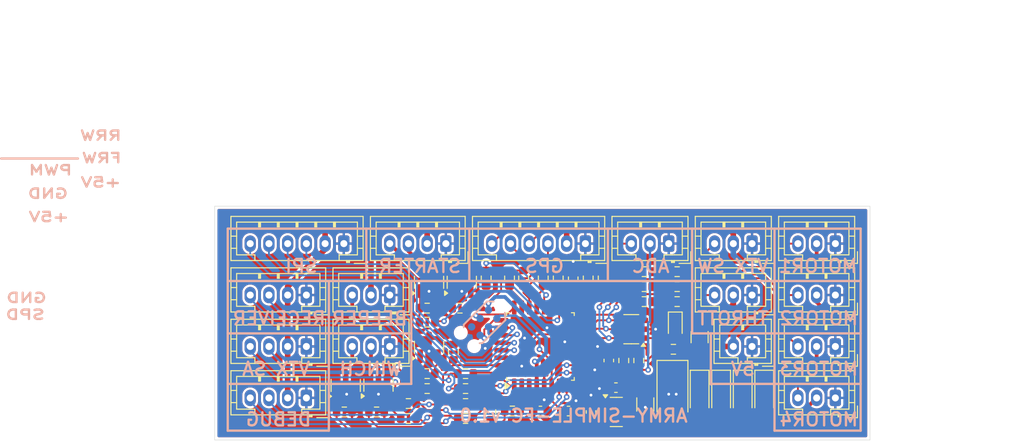
<source format=kicad_pcb>
(kicad_pcb (version 20240108) (generator "pcbnew") (generator_version "8.0")
  (layers (0 "F.Cu" signal) (31 "B.Cu" signal) (34 "B.Paste" user) (35 "F.Paste" user) (36 "B.SilkS" user "B.Silkscreen") (37 "F.SilkS" user "F.Silkscreen") (38 "B.Mask" user) (39 "F.Mask" user) (44 "Edge.Cuts" user))
  (net 0 "")
  (net 1 "+5V")
  (net 2 "GND")
  (net 3 "Net-(Q1-B)")
  (net 4 "Net-(Q2-B)")
  (net 5 "/SWDIO")
  (net 6 "/NRST")
  (net 7 "/SWCLK")
  (net 8 "+3.3V")
  (net 9 "/UART2.RX")
  (net 10 "/UART2.TX")
  (net 11 "Net-(J4-Pin_3)")
  (net 12 "/WINCH-UP")
  (net 13 "/WINCH-DOWN")
  (net 14 "/UART1.TX")
  (net 15 "/UART4.TX")
  (net 16 "/UART4.RX")
  (net 17 "/ADC1_IN5")
  (net 18 "/UART1.RX")
  (net 19 "/UART3.TX")
  (net 20 "/UART3.RX")
  (net 21 "/ADC1_IN10")
  (net 22 "/I2C2.SDA")
  (net 23 "/I2C2.SCL")
  (net 24 "/TIM16_CH1N")
  (net 25 "Net-(J10-Pin_3)")
  (net 26 "Net-(J13-Pin_3)")
  (net 27 "Net-(Q4-B)")
  (net 28 "/TIM17_CH1N")
  (net 29 "/TIM3_CH1")
  (net 30 "/TIM3_CH3")
  (net 31 "/TIM14_CH1")
  (net 32 "/TIM3_CH4")
  (net 33 "/TIM3_CH2")
  (net 34 "Net-(J5-Pin_3)")
  (net 35 "Net-(J14-Pin_3)")
  (net 36 "Net-(J15-Pin_3)")
  (net 37 "Net-(Q3-B)")
  (net 38 "Net-(Q5-B)")
  (net 39 "/STARTER")
  (net 40 "Net-(D7-A)")
  (net 41 "Net-(D4-A)")
  (net 42 "Net-(D5-A)")
  (net 43 "Net-(D6-A)")
  (net 44 "/DECOMP")
  (net 45 "Net-(D2-A)")
  (net 46 "Net-(J2-Pin_2)")
  (net 47 "Net-(J2-Pin_3)")
  (net 48 "Net-(J7-Pin_3)")
  (net 49 "Net-(J8-Pin_3)")
  (net 50 "Net-(J11-Pin_3)")
  (net 51 "Net-(J12-Pin_3)")
  (net 52 "/SPI1_CS")
  (net 53 "/SPI1_MOSI")
  (net 54 "/SPI1_CLK")
  (net 55 "/SPI1_MISO")
  (net 57 "Net-(J3-Pin_3)")
  (net 58 "Net-(J6-Pin_3)")
  (net 59 "Net-(J7-Pin_4)")
  (net 60 "Net-(J12-Pin_2)")
  (net 61 "Net-(J8-Pin_4)")
  (net 62 "Net-(J9-Pin_3)")
  (net 63 "Net-(J10-Pin_4)")
  (net 64 "Net-(J13-Pin_4)")
  (net 65 "Net-(J14-Pin_4)")
  (net 66 "Net-(J9-Pin_2)")
  (footprint "Diode_SMD:D_SMA" (layer "F.Cu") (at 202.9 102 -90)
    (property "Reference" "D1" (hide yes))
    (property "Value" "SMAJ5.0A" (hide yes))
  )
  (footprint "Package_TO_SOT_SMD:SOT-23-6" (layer "F.Cu") (at 198.5 95.150001 180)
    (property "Reference" "D3" (hide yes))
    (property "Value" "ESDA6V1-5SC6" (hide yes))
  )
  (footprint "Resistor_SMD:R_0603_1608Metric" (layer "F.Cu") (at 183 89.7 -90)
    (property "Reference" "R25" (hide yes))
    (property "Value" "4.7k" (hide yes))
  )
  (footprint "Resistor_SMD:R_0603_1608Metric" (layer "F.Cu") (at 176.7 94.4 180)
    (property "Reference" "R24" (hide yes))
    (property "Value" "4.7k" (hide yes))
  )
  (footprint "Package_TO_SOT_SMD:SOT-23" (layer "F.Cu") (at 196.9 104)
    (property "Reference" "U1" (hide yes))
    (property "Value" "MCP1703Ax-120xxTT" (hide yes))
  )
  (footprint "Resistor_SMD:R_0603_1608Metric" (layer "F.Cu") (at 180.8 101.5)
    (property "Reference" "R12" (hide yes))
    (property "Value" "100" (hide yes))
  )
  (footprint "LED_SMD:LED_0603_1608Metric" (layer "F.Cu") (at 203.2 94.8 -90)
    (property "Reference" "D2" (hide yes))
    (property "Value" "RED" (hide yes))
  )
  (footprint "Package_TO_SOT_SMD:SOT-23" (layer "F.Cu") (at 171.5 101.137501 90)
    (property "Reference" "Q2" (hide yes))
    (property "Value" "BC817-40" (hide yes))
  )
  (footprint "Resistor_SMD:R_0603_1608Metric" (layer "F.Cu") (at 190.7 89.7 -90)
    (property "Reference" "R13" (hide yes))
    (property "Value" "100" (hide yes))
  )
  (footprint "Resistor_SMD:R_0603_1608Metric" (layer "F.Cu") (at 180.8 104.7 180)
    (property "Reference" "R28" (hide yes))
    (property "Value" "100" (hide yes))
  )
  (footprint "Resistor_SMD:R_0603_1608Metric" (layer "F.Cu") (at 203.4 89)
    (property "Reference" "R6" (hide yes))
    (property "Value" "100" (hide yes))
  )
  (footprint "Resistor_SMD:R_0603_1608Metric" (layer "F.Cu") (at 176.7 99.9 180)
    (property "Reference" "R31" (hide yes))
    (property "Value" "4.7k" (hide yes))
  )
  (footprint "Connector_JST:JST_PH_B4B-PH-K_1x04_P2.00mm_Vertical" (layer "F.Cu") (at 163.8 102.5 180)
    (property "Reference" "J14" (hide yes))
    (property "Value" "Conn_01x03" (hide yes))
  )
  (footprint "Capacitor_SMD:C_0603_1608Metric" (layer "F.Cu") (at 196.8625 101.4 180)
    (property "Reference" "C2" (hide yes))
    (property "Value" "1uF" (hide yes))
  )
  (footprint "Connector_JST:JST_PH_B3B-PH-K_1x03_P2.00mm_Vertical" (layer "F.Cu") (at 172.7 91.5 180)
    (property "Reference" "J15" (hide yes))
    (property "Value" "Conn_01x03" (hide yes))
  )
  (footprint "Resistor_SMD:R_0603_1608Metric" (layer "F.Cu") (at 176.7 101.5 180)
    (property "Reference" "R30" (hide yes))
    (property "Value" "4.7k" (hide yes))
  )
  (footprint "Resistor_SMD:R_0603_1608Metric" (layer "F.Cu") (at 167.85 104 180)
    (property "Reference" "R19" (hide yes))
    (property "Value" "4.7k" (hide yes))
  )
  (footprint "Resistor_SMD:R_0603_1608Metric" (layer "F.Cu") (at 174.7 103.1 180)
    (property "Reference" "R22" (hide yes))
    (property "Value" "100" (hide yes))
  )
  (footprint "Resistor_SMD:R_0603_1608Metric" (layer "F.Cu") (at 199.9 89)
    (property "Reference" "R23" (hide yes))
    (property "Value" "100" (hide yes))
  )
  (footprint "Resistor_SMD:R_0603_1608Metric" (layer "F.Cu") (at 185.8 103.9 180)
    (property "Reference" "R17" (hide yes))
    (property "Value" "4.7k" (hide yes))
  )
  (footprint "Diode_SMD:D_SOD-123" (layer "F.Cu") (at 212.7 101.9 -90)
    (property "Reference" "D6" (hide yes))
    (property "Value" "D" (hide yes))
  )
  (footprint "Connector_JST:JST_PH_B3B-PH-K_1x03_P2.00mm_Vertical" (layer "F.Cu") (at 220.3 91.5 180)
    (property "Reference" "J4" (hide yes))
    (property "Value" "Conn_01x03" (hide yes))
  )
  (footprint "Connector_JST:JST_PH_B3B-PH-K_1x03_P2.00mm_Vertical" (layer "F.Cu") (at 211.4 86 180)
    (property "Reference" "J11" (hide yes))
    (property "Value" "Conn_01x03" (hide yes))
  )
  (footprint "Fiducial:Fiducial_1mm_Mask2mm" (layer "F.Cu") (at 222.4 83.6)
    (property "Reference" "FID2" (hide yes))
    (property "Value" "Fiducial" (hide yes))
  )
  (footprint "Capacitor_SMD:C_0603_1608Metric" (layer "F.Cu") (at 196.1 98.5 -90)
    (property "Reference" "C4" (hide yes))
    (property "Value" "0.1uF" (hide yes))
  )
  (footprint "Resistor_SMD:R_0603_1608Metric" (layer "F.Cu") (at 174.7 104.7 180)
    (property "Reference" "R21" (hide yes))
    (property "Value" "NM" (hide yes))
  )
  (footprint "Connector_JST:JST_PH_B2B-PH-K_1x02_P2.00mm_Vertical" (layer "F.Cu") (at 211.4 97 180)
    (property "Reference" "J1" (hide yes))
    (property "Value" "Conn_01x03" (hide yes))
  )
  (footprint "Resistor_SMD:R_0603_1608Metric" (layer "F.Cu") (at 180.8 99.9)
    (property "Reference" "R11" (hide yes))
    (property "Value" "100" (hide yes))
  )
  (footprint "Connector_JST:JST_PH_B3B-PH-K_1x03_P2.00mm_Vertical" (layer "F.Cu") (at 220.3 97 180)
    (property "Reference" "J5" (hide yes))
    (property "Value" "Conn_01x03" (hide yes))
  )
  (footprint "Resistor_SMD:R_0603_1608Metric" (layer "F.Cu") (at 199.3 98.5 90)
    (property "Reference" "R1" (hide yes))
    (property "Value" "4.7k" (hide yes))
  )
  (footprint "Capacitor_SMD:C_0603_1608Metric" (layer "F.Cu") (at 191.8 103.9)
    (property "Reference" "C7" (hide yes))
    (property "Value" "0.1uF" (hide yes))
  )
  (footprint "Resistor_SMD:R_0603_1608Metric" (layer "F.Cu") (at 199.9 92.2)
    (property "Reference" "R9" (hide yes))
    (property "Value" "100" (hide yes))
  )
  (footprint "Resistor_SMD:R_0603_1608Metric" (layer "F.Cu") (at 203 97.3)
    (property "Reference" "R5" (hide yes))
    (property "Value" "4.7k" (hide yes))
  )
  (footprint "Connector_JST:JST_PH_B3B-PH-K_1x03_P2.00mm_Vertical" (layer "F.Cu") (at 172.7 97 180)
    (property "Reference" "J9" (hide yes))
    (property "Value" "Conn_01x03" (hide yes))
  )
  (footprint "Resistor_SMD:R_0603_1608Metric" (layer "F.Cu") (at 180.8 103.1 180)
    (property "Reference" "R29" (hide yes))
    (property "Value" "100" (hide yes))
  )
  (footprint "Resistor_SMD:R_0603_1608Metric" (layer "F.Cu") (at 183.5 104 -90)
    (property "Reference" "R18" (hide yes))
    (property "Value" "4.7k" (hide yes))
  )
  (footprint "Connector_JST:JST_PH_B3B-PH-K_1x03_P2.00mm_Vertical" (layer "F.Cu") (at 211.4 91.5 180)
    (property "Reference" "J12" (hide yes))
    (property "Value" "Conn_01x03" (hide yes))
  )
  (footprint "Resistor_SMD:R_0603_1608Metric" (layer "F.Cu") (at 179.5 97.6 90)
    (property "Reference" "R32" (hide yes))
    (property "Value" "NM" (hide yes))
  )
  (footprint "Fuse:Fuse_1206_3216Metric" (layer "F.Cu") (at 205.8 96 90)
    (property "Reference" "F1" (hide yes))
    (property "Value" "Fuse" (hide yes))
  )
  (footprint "Connector_JST:JST_PH_B6B-PH-K_1x06_P2.00mm_Vertical" (layer "F.Cu") (at 193.6 86 180)
    (property "Reference" "J8" (hide yes))
    (property "Value" "Conn_01x06" (hide yes))
  )
  (footprint "Connector_JST:JST_PH_B4B-PH-K_1x04_P2.00mm_Vertical" (layer "F.Cu") (at 163.8 91.5 180)
    (property "Reference" "J7" (hide yes))
    (property "Value" "Conn_01x03" (hide yes))
  )
  (footprint "Package_QFP:LQFP-32_7x7mm_P0.8mm" (layer "F.Cu") (at 188.8 97 90)
    (property "Reference" "U2" (hide yes))
    (property "Value" "STM32G070KBTx" (hide yes))
  )
  (footprint "Package_TO_SOT_SMD:SOT-23" (layer "F.Cu") (at 168 101.1625 90)
    (property "Reference" "Q1" (hide yes))
    (property "Value" "BC817-40" (hide yes))
  )
  (footprint "Diode_SMD:D_SOD-123" (layer "F.Cu") (at 205.8 101.9 -90)
    (property "Reference" "D4" (hide yes))
    (property "Value" "D" (hide yes))
  )
  (footprint "Resistor_SMD:R_0603_1608Metric" (layer "F.Cu") (at 180.2 92.9 180)
    (property "Reference" "R27" (hide yes))
    (property "Value" "4.7k" (hide yes))
  )
  (footprint "Capacitor_SMD:C_1206_3216Metric" (layer "F.Cu") (at 200 103.2 -90)
    (property "Reference" "C1" (hide yes))
    (property "Value" "100uF" (hide yes))
  )
  (footprint "Resistor_SMD:R_0603_1608Metric" (layer "F.Cu") (at 176.7 92.9 180)
    (property "Reference" "R26" (hide yes))
    (property "Value" "4.7k" (hide yes))
  )
  (footprint "Diode_SMD:D_SOD-123" (layer "F.Cu") (at 208.1 101.9 -90)
    (property "Reference" "D5" (hide yes))
    (property "Value" "D" (hide yes))
  )
  (footprint "Package_TO_SOT_SMD:SOT-23" (layer "F.Cu") (at 176.9 97.1 90)
    (property "Reference" "Q5" (hide yes))
    (property "Value" "BC817-40" (hide yes))
  )
  (footprint "Resistor_SMD:R_0603_1608Metric" (layer "F.Cu") (at 189.1 89.7 -90)
    (property "Reference" "R14" (hide yes))
    (property "Value" "100" (hide yes))
  )
  (footprint "Fiducial:Fiducial_1mm_Mask2mm" (layer "F.Cu") (at 155.6 105.4)
    (property "Reference" "FID1" (hide yes))
    (property "Value" "Fiducial" (hide yes))
  )
  (footprint "Connector_JST:JST_PH_B3B-PH-K_1x03_P2.00mm_Vertical" (layer "F.Cu") (at 202.5 86 180)
    (property "Reference" "J2" (hide yes))
    (property "Value" "Conn_01x03" (hide yes))
  )
  (footprint "Resistor_SMD:R_0603_1608Metric" (layer "F.Cu") (at 193.9 89.7 -90)
    (property "Reference" "R4" (hide yes))
    (property "Value" "4.7k" (hide yes))
  )
  (footprint "Package_TO_SOT_SMD:SOT-23" (layer "F.Cu") (at 176.9 90.137501 90)
    (property "Reference" "Q3" (hide yes))
    (property "Value" "BC817-40" (hide yes))
  )
  (footprint "Capacitor_SMD:C_0603_1608Metric" (layer "F.Cu") (at 194.2 104 90)
    (property "Reference" "C3" (hide yes))
    (property "Value" "10uF" (hide yes))
  )
  (footprint "Resistor_SMD:R_0603_1608Metric" (layer "F.Cu") (at 195.5 89.7 -90)
    (property "Reference" "R2" (hide yes))
    (property "Value" "4.7k" (hide yes))
  )
  (footprint "Connector_JST:JST_PH_B3B-PH-K_1x03_P2.00mm_Vertical" (layer "F.Cu") (at 220.3 102.5 180)
    (property "Reference" "J6" (hide yes))
    (property "Value" "Conn_01x03" (hide yes))
  )
  (footprint "Connector_JST:JST_PH_B3B-PH-K_1x03_P2.00mm_Vertical" (layer "F.Cu") (at 220.3 86 180)
    (property "Reference" "J3" (hide yes))
    (property "Value" "Conn_01x03" (hide yes))
  )
  (footprint "Diode_SMD:D_SOD-123" (layer "F.Cu") (at 210.4 101.9 -90)
    (property "Reference" "D7" (hide yes))
    (property "Value" "D" (hide yes))
  )
  (footprint "Resistor_SMD:R_0603_1608Metric" (layer "F.Cu") (at 199.9 90.6)
    (property "Reference" "R7" (hide yes))
    (property "Value" "100" (hide yes))
  )
  (footprint "Resistor_SMD:R_0603_1608Metric" (layer "F.Cu") (at 203.4 92.2)
    (property "Reference" "R10" (hide yes))
    (property "Value" "100" (hide yes))
  )
  (footprint "Resistor_SMD:R_0603_1608Metric" (layer "F.Cu") (at 197.7 98.5 90)
    (property "Reference" "R3" (hide yes))
    (property "Value" "4.7k" (hide yes))
  )
  (footprint "Resistor_SMD:R_0603_1608Metric" (layer "F.Cu") (at 171.3 104 180)
    (property "Reference" "R20" (hide yes))
    (property "Value" "4.7k" (hide yes))
  )
  (footprint "Connector_JST:JST_PH_B6B-PH-K_1x06_P2.00mm_Vertical" (layer "F.Cu") (at 167.8 86 180)
    (property "Reference" "J16" (hide yes))
    (property "Value" "Conn_01x06" (hide yes))
  )
  (footprint "Resistor_SMD:R_0603_1608Metric" (layer "F.Cu") (at 203.4 90.6)
    (property "Reference" "R8" (hide yes))
    (property "Value" "100" (hide yes))
  )
  (footprint "Resistor_SMD:R_0603_1608Metric" (layer "F.Cu") (at 187 89.7 90)
    (property "Reference" "R15" (hide yes))
    (property "Value" "4.7k" (hide yes))
  )
  (footprint "Package_TO_SOT_SMD:SOT-23" (layer "F.Cu") (at 180.4 90.137501 90)
    (property "Reference" "Q4" (hide yes))
    (property "Value" "BC817-40" (hide yes))
  )
  (footprint "Connector_JST:JST_PH_B4B-PH-K_1x04_P2.00mm_Vertical" (layer "F.Cu") (at 178.7 86 180)
    (property "Reference" "J13" (hide yes))
    (property "Value" "Conn_01x03" (hide yes))
  )
  (footprint "Capacitor_SMD:C_0603_1608Metric" (layer "F.Cu") (at 188.8 103.9)
    (property "Reference" "C6" (hide yes))
    (property "Value" "0.1uF" (hide yes))
  )
  (footprint "Capacitor_SMD:C_0603_1608Metric" (layer "F.Cu") (at 192.3 89.7 90)
    (property "Reference" "C5" (hide yes))
    (property "Value" "0.1uF" (hide yes))
  )
  (footprint "Resistor_SMD:R_0603_1608Metric" (layer "F.Cu") (at 185.5 89.7 90)
    (property "Reference" "R16" (hide yes))
    (property "Value" "4.7k" (hide yes))
  )
  (footprint "Connector_JST:JST_PH_B4B-PH-K_1x04_P2.00mm_Vertical" (layer "F.Cu") (at 163.8 97 180)
    (property "Reference" "J10" (hide yes))
    (property "Value" "Conn_01x03" (hide yes))
  )
  (footprint "local:TC2030-MCP" (layer "B.Cu") (at 182.8 94.452962 -135)
    (property "Reference" "X1")
    (property "Value" "TagConnect_TC2030" (hide yes))
  )
  (gr_line (start 223 95.6) (end 205 95.6) (stroke (width 0.25)) (layer "B.SilkS"))
  (gr_line (start 166.2 106) (end 155.4 106) (stroke (width 0.25)) (layer "B.SilkS"))
  (gr_line (start 181.2 84.4) (end 181.2 89.975) (stroke (width 0.25)) (layer "B.SilkS"))
  (gr_line (start 175 90.025) (end 175 101) (stroke (width 0.25)) (layer "B.SilkS"))
  (gr_line (start 207 95.6) (end 207 101.05) (stroke (width 0.25)) (layer "B.SilkS"))
  (gr_line (start 223 106) (end 213.8 106) (stroke (width 0.25)) (layer "B.SilkS"))
  (gr_line (start 139.4 76.9) (end 131.2 76.9) (stroke (width 0.25)) (layer "B.SilkS"))
  (gr_line (start 205 84.4) (end 205 95.6) (stroke (width 0.25)) (layer "B.SilkS"))
  (gr_line (start 223 90) (end 155.4 90) (stroke (width 0.25)) (layer "B.SilkS"))
  (gr_line (start 175 95.6) (end 155.4 95.6) (stroke (width 0.25)) (layer "B.SilkS"))
  (gr_line (start 213.8 84.4) (end 213.8 106) (stroke (width 0.25)) (layer "B.SilkS"))
  (gr_line (start 223 84.4) (end 223 106) (stroke (width 0.25)) (layer "B.SilkS"))
  (gr_line (start 166.2 90.05) (end 166.2 106) (stroke (width 0.25)) (layer "B.SilkS"))
  (gr_line (start 223 101) (end 207 101) (stroke (width 0.25)) (layer "B.SilkS"))
  (gr_line (start 223 84.4) (end 155.4 84.4) (stroke (width 0.25)) (layer "B.SilkS"))
  (gr_line (start 170.2 84.4) (end 170.2 90) (stroke (width 0.25)) (layer "B.SilkS"))
  (gr_line (start 175 101) (end 155.4 101) (stroke (width 0.25)) (layer "B.SilkS"))
  (gr_line (start 196 84.4) (end 196 90) (stroke (width 0.25)) (layer "B.SilkS"))
  (gr_line (start 155.4 84.4) (end 155.4 106) (stroke (width 0.25)) (layer "B.SilkS"))
  (gr_rect (start 154 82) (end 224 107) (stroke (width 0.05)) (fill none) (layer "Edge.Cuts"))
  (gr_text "ADC" (at 198.4 88.4 0) (layer "B.SilkS") (effects (font (size 1.4 1.4) (thickness 0.25) (bold yes)) (justify right mirror)))
  (gr_text "ARMY-SIMPLE-FC v1.0" (at 180 104.4 0) (layer "B.SilkS") (effects (font (size 1.4 1.4) (thickness 0.25) (bold yes)) (justify right mirror)))
  (gr_text "STARTER" (at 171.4 88.4 0) (layer "B.SilkS") (effects (font (size 1.4 1.4) (thickness 0.25) (bold yes)) (justify right mirror)))
  (gr_text "MOTOR2" (at 214.2 94 0) (layer "B.SilkS") (effects (font (size 1.4 1.4) (thickness 0.25) (bold yes)) (justify right mirror)))
  (gr_text "PWM" (at 134 78.15 0) (layer "B.SilkS") (effects (font (size 1 1.4) (thickness 0.25) (bold yes)) (justify right mirror)))
  (gr_text "MOTOR1" (at 214.1 88.4 0) (layer "B.SilkS") (effects (font (size 1.4 1.4) (thickness 0.25) (bold yes)) (justify right mirror)))
  (gr_text "+5V" (at 134 83.15 0) (layer "B.SilkS") (effects (font (size 1 1.4) (thickness 0.25) (bold yes)) (justify right mirror)))
  (gr_text "WINCH" (at 167.2 99.4 0) (layer "B.SilkS") (effects (font (size 1.4 1.4) (thickness 0.25) (bold yes)) (justify right mirror)))
  (gr_text "BEEPER" (at 166.4 94 0) (layer "B.SilkS") (effects (font (size 1.4 1.4) (thickness 0.25) (bold yes)) (justify right mirror)))
  (gr_text "SPD" (at 136 93.6 0) (layer "B.SilkS") (effects (font (size 1 1.4) (thickness 0.25) (bold yes)) (justify left mirror)))
  (gr_text "+5V" (at 144.15 79.45 0) (layer "B.SilkS") (effects (font (size 1 1.4) (thickness 0.25) (bold yes)) (justify left mirror)))
  (gr_text "DEBUG" (at 157.2 104.8 0) (layer "B.SilkS") (effects (font (size 1.4 1.4) (thickness 0.25) (bold yes)) (justify right mirror)))
  (gr_text "RECEIVER" (at 155.8 94 0) (layer "B.SilkS") (effects (font (size 1.4 1.4) (thickness 0.25) (bold yes)) (justify right mirror)))
  (gr_text "GND" (at 136.2 91.8 0) (layer "B.SilkS") (effects (font (size 1 1.4) (thickness 0.25) (bold yes)) (justify left mirror)))
  (gr_text "FRW" (at 144.2 76.85 0) (layer "B.SilkS") (effects (font (size 1 1.4) (thickness 0.25) (bold yes)) (justify left mirror)))
  (gr_text "VTX SA" (at 156.8 99.4 0) (layer "B.SilkS") (effects (font (size 1.4 1.4) (thickness 0.25) (bold yes)) (justify right mirror)))
  (gr_text "MOTOR4" (at 214.2 104.8 0) (layer "B.SilkS") (effects (font (size 1.4 1.4) (thickness 0.25) (bold yes)) (justify right mirror)))
  (gr_text "THROTT" (at 205.4 94 0) (layer "B.SilkS") (effects (font (size 1.4 1.4) (thickness 0.25) (bold yes)) (justify right mirror)))
  (gr_text "RRW" (at 144.2 74.45 0) (layer "B.SilkS") (effects (font (size 1 1.4) (thickness 0.25) (bold yes)) (justify left mirror)))
  (gr_text "MOTOR3" (at 214.2 99.4 0) (layer "B.SilkS") (effects (font (size 1.4 1.4) (thickness 0.25) (bold yes)) (justify right mirror)))
  (gr_text "GPS" (at 187 88.4 0) (layer "B.SilkS") (effects (font (size 1.4 1.4) (thickness 0.25) (bold yes)) (justify right mirror)))
  (gr_text "SPI" (at 161.4 88.4 0) (layer "B.SilkS") (effects (font (size 1.4 1.4) (thickness 0.25) (bold yes)) (justify right mirror)))
  (gr_text "5V" (at 209 99.4 0) (layer "B.SilkS") (effects (font (size 1.4 1.4) (thickness 0.25) (bold yes)) (justify right mirror)))
  (gr_text "GND" (at 133.9 80.65 0) (layer "B.SilkS") (effects (font (size 1 1.4) (thickness 0.25) (bold yes)) (justify right mirror)))
  (gr_text "VTX SW" (at 205.4 88.4 0) (layer "B.SilkS") (effects (font (size 1.4 1.4) (thickness 0.25) (bold yes)) (justify right mirror)))
  (segment (start 199.675001 101.4) (end 197.6375 101.4) (width 0.4) (layer "F.Cu") (net 1))
  (segment (start 205.8 100.25) (end 205.749998 100.199998) (width 0.6) (layer "F.Cu") (net 1))
  (segment (start 209.399999 84.899999) (end 209.399999 86) (width 0.6) (layer "F.Cu") (net 1))
  (segment (start 205.8 100.25) (end 205.8 97.399999) (width 0.6) (layer "F.Cu") (net 1))
  (segment (start 205.8 100.25) (end 208.1 100.25) (width 0.6) (layer "F.Cu") (net 1))
  (segment (start 170.7 83.9) (end 166.6 83.9) (width 0.6) (layer "F.Cu") (net 1))
  (segment (start 161.799999 91.5) (end 161.799999 90.600001) (width 0.6) (layer "F.Cu") (net 1))
  (segment (start 161.799999 97) (end 161.799999 91.5) (width 0.6) (layer "F.Cu") (net 1))
  (segment (start 197.6375 103.8) (end 197.6375 101.4) (width 0.4) (layer "F.Cu") (net 1))
  (segment (start 208.4 83.9) (end 209.399999 84.899999) (width 0.6) (layer "F.Cu") (net 1))
  (segment (start 170.699999 91.5) (end 170.7 91.499999) (width 0.6) (layer "F.Cu") (net 1))
  (segment (start 176.699999 83.900001) (end 176.699999 86) (width 0.6) (layer "F.Cu") (net 1))
  (segment (start 191.599999 86) (end 191.599999 83.9) (width 0.6) (layer "F.Cu") (net 1))
  (segment (start 176.7 83.9) (end 176.699999 83.900001) (width 0.6) (layer "F.Cu") (net 1))
  (segment (start 161.799999 102.5) (end 161.799999 97) (width 0.6) (layer "F.Cu") (net 1))
  (segment (start 200 101.724999) (end 200.824999 100.9) (width 0.6) (layer "F.Cu") (net 1))
  (segment (start 165.799999 84.700001) (end 165.799999 86) (width 0.6) (layer "F.Cu") (net 1))
  (segment (start 201.999999 100.9) (end 202.9 99.999999) (width 0.6) (layer "F.Cu") (net 1))
  (segment (start 203.825 97.3) (end 203.924999 97.399999) (width 0.2) (layer "F.Cu") (net 1))
  (segment (start 205.749998 100.199998) (end 203.099999 100.199998) (width 0.6) (layer "F.Cu") (net 1))
  (segment (start 165.799999 86.600001) (end 165.799999 86) (width 0.6) (layer "F.Cu") (net 1))
  (segment (start 205.8 97.399999) (end 207.600001 97.399999) (width 0.6) (layer "F.Cu") (net 1))
  (segment (start 200 101.724999) (end 199.675001 101.4) (width 0.4) (layer "F.Cu") (net 1))
  (segment (start 170.7 91.499999) (end 170.7 83.9) (width 0.6) (layer "F.Cu") (net 1))
  (segment (start 203.099999 100.199998) (end 202.9 99.999999) (width 0.6) (layer "F.Cu") (net 1))
  (segment (start 197.8375 104) (end 197.6375 103.8) (width 0.4) (layer "F.Cu") (net 1))
  (segment (start 191.599999 83.9) (end 208.4 83.9) (width 0.6) (layer "F.Cu") (net 1))
  (segment (start 207.600001 97.399999) (end 208 97) (width 0.6) (layer "F.Cu") (net 1))
  (segment (start 208 97) (end 209.399999 97) (width 0.6) (layer "F.Cu") (net 1))
  (segment (start 161.799999 90.600001) (end 165.799999 86.600001) (width 0.6) (layer "F.Cu") (net 1))
  (segment (start 166.6 83.9) (end 165.799999 84.700001) (width 0.6) (layer "F.Cu") (net 1))
  (segment (start 203.924999 97.399999) (end 205.8 97.399999) (width 0.2) (layer "F.Cu") (net 1))
  (segment (start 208.1 100.25) (end 212.7 100.25) (width 0.6) (layer "F.Cu") (net 1))
  (segment (start 191.599999 83.9) (end 170.7 83.9) (width 0.6) (layer "F.Cu") (net 1))
  (segment (start 200.824999 100.9) (end 201.999999 100.9) (width 0.6) (layer "F.Cu") (net 1))
  (segment (start 211.7 94.2) (end 211 94.2) (width 0.6) (layer "B.Cu") (net 1))
  (segment (start 209.399999 87.199999) (end 210.9 88.7) (width 0.6) (layer "B.Cu") (net 1))
  (segment (start 213.1 92.8) (end 211.7 94.2) (width 0.6) (layer "B.Cu") (net 1))
  (segment (start 209.399999 86) (end 209.399999 87.199999) (width 0.6) (layer "B.Cu") (net 1))
  (segment (start 213.1 90.2) (end 213.1 92.8) (width 0.6) (layer "B.Cu") (net 1))
  (segment (start 209.399999 95.800001) (end 209.399999 97) (width 0.6) (layer "B.Cu") (net 1))
  (segment (start 210.9 88.7) (end 211.6 88.7) (width 0.6) (layer "B.Cu") (net 1))
  (segment (start 211.6 88.7) (end 213.1 90.2) (width 0.6) (layer "B.Cu") (net 1))
  (segment (start 211 94.2) (end 209.399999 95.800001) (width 0.6) (layer "B.Cu") (net 1))
  (segment (start 177.525 99.175) (end 177.525 99.9) (width 0.2) (layer "F.Cu") (net 2))
  (segment (start 177.4375 98.0375) (end 177.85 98.0375) (width 0.2) (layer "F.Cu") (net 2))
  (segment (start 176.924999 91.075001) (end 176.9 91.1) (width 0.2) (layer "F.Cu") (net 2))
  (segment (start 177.85 98.0375) (end 177.85 98.85) (width 0.2) (layer "F.Cu") (net 2))
  (segment (start 180.424999 91.075001) (end 180.4 91.1) (width 0.2) (layer "F.Cu") (net 2))
  (segment (start 177.85 91.075001) (end 176.924999 91.075001) (width 0.2) (layer "F.Cu") (net 2))
  (segment (start 177.85 98.85) (end 177.525 99.175) (width 0.2) (layer "F.Cu") (net 2))
  (segment (start 201.1 95.150001) (end 199.6375 95.150001) (width 0.2) (layer "F.Cu") (net 2))
  (segment (start 181.35 91.075001) (end 180.424999 91.075001) (width 0.2) (layer "F.Cu") (net 2))
  (segment (start 176.9 97.5) (end 177.4375 98.0375) (width 0.2) (layer "F.Cu") (net 2))
  (via (at 200 103.5) (size 0.6) (drill 0.3) (layers "F.Cu" "B.Cu") (net 2))
  (via (at 195.1 101.5) (size 0.6) (drill 0.3) (layers "F.Cu" "B.Cu") (net 2))
  (via (at 189.5 95) (size 0.6) (drill 0.3) (layers "F.Cu" "B.Cu") (net 2))
  (via (at 191.4 96.5) (size 0.6) (drill 0.3) (layers "F.Cu" "B.Cu") (net 2))
  (via (at 182.9 97.2) (size 0.6) (drill 0.3) (layers "F.Cu" "B.Cu") (net 2))
  (via (at 194.2 102.2) (size 0.6) (drill 0.3) (layers "F.Cu" "B.Cu") (net 2))
  (via (at 171.5 102.1) (size 0.6) (drill 0.3) (layers "F.Cu" "B.Cu") (net 2))
  (via (at 203.3 102.1) (size 0.6) (drill 0.3) (layers "F.Cu" "B.Cu") (net 2))
  (via (at 194.9 97) (size 0.6) (drill 0.3) (layers "F.Cu" "B.Cu") (net 2))
  (via (at 180.4 91.1) (size 0.6) (drill 0.3) (layers "F.Cu" "B.Cu") (net 2))
  (via (at 186.8 99.1) (size 0.6) (drill 0.3) (layers "F.Cu" "B.Cu") (net 2))
  (via (at 192.6 102.8) (size 0.6) (drill 0.3) (layers "F.Cu" "B.Cu") (net 2))
  (via (at 202.5 102.1) (size 0.6) (drill 0.3) (layers "F.Cu" "B.Cu") (net 2))
  (via (at 189.2 102.7) (size 0.6) (drill 0.3) (layers "F.Cu" "B.Cu") (net 2))
  (via (at 201.1 95.150001) (size 0.6) (drill 0.3) (layers "F.Cu" "B.Cu") (net 2))
  (via (at 192.3 87.9) (size 0.6) (drill 0.3) (layers "F.Cu" "B.Cu") (net 2))
  (via (at 194.6 99.5) (size 0.6) (drill 0.3) (layers "F.Cu" "B.Cu") (net 2))
  (via (at 168.1 102.1) (size 0.6) (drill 0.3) (layers "F.Cu" "B.Cu") (net 2))
  (via (at 176.9 91.1) (size 0.6) (drill 0.3) (layers "F.Cu" "B.Cu") (net 2))
  (via (at 187.1 96.1) (size 0.6) (drill 0.3) (layers "F.Cu" "B.Cu") (net 2))
  (via (at 176.9 97.5) (size 0.6) (drill 0.3) (layers "F.Cu" "B.Cu") (net 2))
  (segment (start 167.1 103.875) (end 166.975 104) (width 0.2) (layer "F.Cu") (net 3))
  (segment (start 167.025 104.6125) (end 168.4125 106) (width 0.2) (layer "F.Cu") (net 3))
  (segment (start 167.1 103.925) (end 167.025 104) (width 0.2) (layer "F.Cu") (net 3))
  (segment (start 168.4125 106) (end 183.8 106) (width 0.2) (layer "F.Cu") (net 3))
  (segment (start 167.025 104) (end 167.025 104.6125) (width 0.2) (layer "F.Cu") (net 3))
  (segment (start 183.8 106) (end 184.975 104.825) (width 0.2) (layer "F.Cu") (net 3))
  (segment (start 167.1 102.1) (end 167.1 103.925) (width 0.2) (layer "F.Cu") (net 3))
  (segment (start 184.975 104.825) (end 184.975 103.9) (width 0.2) (layer "F.Cu") (net 3))
  (segment (start 171.4 105.6) (end 183.3 105.6) (width 0.2) (layer "F.Cu") (net 4))
  (segment (start 170.475 104) (end 170.475 104.675) (width 0.2) (layer "F.Cu") (net 4))
  (segment (start 170.55 103.925) (end 170.475 104) (width 0.2) (layer "F.Cu") (net 4))
  (segment (start 183.3 105.6) (end 183.5 105.4) (width 0.2) (layer "F.Cu") (net 4))
  (segment (start 183.5 105.4) (end 183.5 104.825) (width 0.2) (layer "F.Cu") (net 4))
  (segment (start 170.55 102.1) (end 170.55 103.925) (width 0.2) (layer "F.Cu") (net 4))
  (segment (start 170.475 104.675) (end 171.4 105.6) (width 0.2) (layer "F.Cu") (net 4))
  (segment (start 170.5 103.925) (end 170.425 104) (width 0.2) (layer "F.Cu") (net 4))
  (segment (start 182.025 93.575) (end 185.25 93.575) (width 0.2) (layer "F.Cu") (net 5))
  (segment (start 181.9 93.7) (end 182.025 93.575) (width 0.2) (layer "F.Cu") (net 5))
  (segment (start 185.25 93.575) (end 186 92.825) (width 0.2) (layer "F.Cu") (net 5))
  (via (at 181.9 93.7) (size 0.6) (drill 0.3) (layers "F.Cu" "B.Cu") (net 5))
  (segment (start 182.203949 94.003949) (end 182.350987 94.003949) (width 0.2) (layer "B.Cu") (net 5))
  (segment (start 181.9 93.7) (end 182.203949 94.003949) (width 0.2) (layer "B.Cu") (net 5))
  (segment (start 190 102.8) (end 191.025 103.825) (width 0.2) (layer "F.Cu") (net 6))
  (segment (start 190 98.6) (end 190 101.175) (width 0.2) (layer "F.Cu") (net 6))
  (segment (start 191.025 103.825) (end 191.025 103.9) (width 0.2) (layer "F.Cu") (net 6))
  (segment (start 190 101.175) (end 190 102.8) (width 0.2) (layer "F.Cu") (net 6))
  (segment (start 188.7 97.3) (end 190 98.6) (width 0.2) (layer "F.Cu") (net 6))
  (via (at 188.7 97.3) (size 0.6) (drill 0.3) (layers "F.Cu" "B.Cu") (net 6))
  (segment (start 188.7 97.3) (end 188.7 96.2) (width 0.25) (layer "B.Cu") (net 6))
  (segment (start 184.450987 93.7) (end 184.147038 94.003949) (width 0.25) (layer "B.Cu") (net 6))
  (segment (start 188.7 96.2) (end 186.2 93.7) (width 0.25) (layer "B.Cu") (net 6))
  (segment (start 186.2 93.7) (end 184.450987 93.7) (width 0.25) (layer "B.Cu") (net 6))
  (segment (start 182.8 95.2) (end 183.8 94.2) (width 0.2) (layer "F.Cu") (net 7))
  (segment (start 183.8 94.2) (end 184.625 94.2) (width 0.2) (layer "F.Cu") (net 7))
  (segment (start 182.8 96.1) (end 182.8 95.2) (width 0.2) (layer "F.Cu") (net 7))
  (via (at 182.8 96.1) (size 0.6) (drill 0.3) (layers "F.Cu" "B.Cu") (net 7))
  (segment (start 182.650987 96.1) (end 182.350987 95.8) (width 0.2) (layer "B.Cu") (net 7))
  (segment (start 182.8 96.1) (end 182.650987 96.1) (width 0.2) (layer "B.Cu") (net 7))
  (segment (start 183.249013 92.4) (end 184.6 91.049013) (width 0.2) (layer "F.Cu") (net 8))
  (segment (start 184.925 88.875) (end 185.5 88.875) (width 0.2) (layer "F.Cu") (net 8))
  (segment (start 188.025 102.775) (end 188.025 103.9) (width 0.4) (layer "F.Cu") (net 8))
  (segment (start 184.6 91.049013) (end 184.6 89.2) (width 0.2) (layer "F.Cu") (net 8))
  (segment (start 188.4 98.8) (end 188.4 101.175) (width 0.4) (layer "F.Cu") (net 8))
  (segment (start 188.025 103.9) (end 188.025 104.525) (width 0.4) (layer "F.Cu") (net 8))
  (segment (start 195.9125 104.9) (end 195.9625 104.95) (width 0.4) (layer "F.Cu") (net 8))
  (segment (start 188.4 102.4) (end 188.025 102.775) (width 0.4) (layer "F.Cu") (net 8))
  (segment (start 194.2 104.775) (end 194.875 104.775) (width 0.4) (layer "F.Cu") (net 8))
  (segment (start 188.4 101.175) (end 188.4 102.4) (width 0.4) (layer "F.Cu") (net 8))
  (segment (start 188.025 104.525) (end 189 105.5) (width 0.4) (layer "F.Cu") (net 8))
  (segment (start 184.6 89.2) (end 184.925 88.875) (width 0.2) (layer "F.Cu") (net 8))
  (segment (start 195 104.9) (end 195.9125 104.9) (width 0.4) (layer "F.Cu") (net 8))
  (segment (start 189 105.5) (end 193.4375 105.5) (width 0.4) (layer "F.Cu") (net 8))
  (segment (start 188.2 98.6) (end 188.4 98.8) (width 0.4) (layer "F.Cu") (net 8))
  (segment (start 187 88.875) (end 185.5 88.875) (width 0.2) (layer "F.Cu") (net 8))
  (segment (start 194.875 104.775) (end 195 104.9) (width 0.4) (layer "F.Cu") (net 8))
  (segment (start 193.4375 105.5) (end 193.7625 105.175) (width 0.4) (layer "F.Cu") (net 8))
  (via (at 188.2 98.6) (size 0.6) (drill 0.3) (layers "F.Cu" "B.Cu") (net 8))
  (via (at 183.249013 92.4) (size 0.6) (drill 0.3) (layers "F.Cu" "B.Cu") (net 8))
  (segment (start 183.249013 92.4) (end 183.249013 93.105924) (width 0.4) (layer "B.Cu") (net 8))
  (segment (start 183.249013 92.4) (end 183.949013 91.7) (width 0.4) (layer "B.Cu") (net 8))
  (segment (start 189.4 97.7) (end 188.5 98.6) (width 0.4) (layer "B.Cu") (net 8))
  (segment (start 189.4 96.1) (end 189.4 97.7) (width 0.4) (layer "B.Cu") (net 8))
  (segment (start 183.949013 91.7) (end 185 91.7) (width 0.4) (layer "B.Cu") (net 8))
  (segment (start 188.5 98.6) (end 188.2 98.6) (width 0.4) (layer "B.Cu") (net 8))
  (segment (start 185 91.7) (end 189.4 96.1) (width 0.4) (layer "B.Cu") (net 8))
  (segment (start 181.625 103.05) (end 181.625 103.1) (width 0.2) (layer "F.Cu") (net 9))
  (segment (start 191.6 99) (end 192.975 99) (width 0.2) (layer "F.Cu") (net 9))
  (segment (start 183.475 101.2) (end 181.625 103.05) (width 0.2) (layer "F.Cu") (net 9))
  (segment (start 184.5 101.2) (end 183.475 101.2) (width 0.2) (layer "F.Cu") (net 9))
  (via (at 184.5 101.2) (size 0.6) (drill 0.3) (layers "F.Cu" "B.Cu") (net 9))
  (via (at 191.6 99) (size 0.6) (drill 0.3) (layers "F.Cu" "B.Cu") (net 9))
  (segment (start 191.15 99) (end 191.6 99) (width 0.2) (layer "B.Cu") (net 9))
  (segment (start 184.8 101.2) (end 185.4 100.6) (width 0.2) (layer "B.Cu") (net 9))
  (segment (start 185.4 100.6) (end 189.55 100.6) (width 0.2) (layer "B.Cu") (net 9))
  (segment (start 189.55 100.6) (end 191.15 99) (width 0.2) (layer "B.Cu") (net 9))
  (segment (start 184.5 101.2) (end 184.8 101.2) (width 0.2) (layer "B.Cu") (net 9))
  (segment (start 191.6 99.8) (end 192.975 99.8) (width 0.2) (layer "F.Cu") (net 10))
  (segment (start 184.9 102) (end 183.4 102) (width 0.2) (layer "F.Cu") (net 10))
  (segment (start 185.1 101.8) (end 184.9 102) (width 0.2) (layer "F.Cu") (net 10))
  (segment (start 183.4 102) (end 182.5 102.9) (width 0.2) (layer "F.Cu") (net 10))
  (segment (start 182.5 103.825) (end 181.625 104.7) (width 0.2) (layer "F.Cu") (net 10))
  (segment (start 182.5 102.9) (end 182.5 103.825) (width 0.2) (layer "F.Cu") (net 10))
  (via (at 185.1 101.8) (size 0.6) (drill 0.3) (layers "F.Cu" "B.Cu") (net 10))
  (via (at 191.6 99.8) (size 0.6) (drill 0.3) (layers "F.Cu" "B.Cu") (net 10))
  (segment (start 185.1 101.8) (end 185.9 101) (width 0.2) (layer "B.Cu") (net 10))
  (segment (start 185.9 101) (end 189.75 101) (width 0.2) (layer "B.Cu") (net 10))
  (segment (start 189.75 101) (end 190.95 99.8) (width 0.2) (layer "B.Cu") (net 10))
  (segment (start 190.95 99.8) (end 191.6 99.8) (width 0.2) (layer "B.Cu") (net 10))
  (segment (start 202.075 89.8) (end 201.275 90.6) (width 0.2) (layer "F.Cu") (net 11))
  (segment (start 201.275 90.6) (end 200.725 90.6) (width 0.2) (layer "F.Cu") (net 11))
  (segment (start 215.4 91.5) (end 212.8 88.9) (width 0.2) (layer "F.Cu") (net 11))
  (segment (start 205.75 89.8) (end 202.075 89.8) (width 0.2) (layer "F.Cu") (net 11))
  (segment (start 212.8 88.9) (end 206.65 88.9) (width 0.2) (layer "F.Cu") (net 11))
  (segment (start 206.65 88.9) (end 205.75 89.8) (width 0.2) (layer "F.Cu") (net 11))
  (segment (start 216.3 91.5) (end 215.4 91.5) (width 0.2) (layer "F.Cu") (net 11))
  (segment (start 186.625 103.075) (end 186.625 103.9) (width 0.2) (layer "F.Cu") (net 12))
  (segment (start 187.6 101.175) (end 187.6 102.1) (width 0.2) (layer "F.Cu") (net 12))
  (segment (start 187.6 102.1) (end 186.625 103.075) (width 0.2) (layer "F.Cu") (net 12))
  (segment (start 186.8 102.1) (end 186.5 102.4) (width 0.2) (layer "F.Cu") (net 13))
  (segment (start 184.275 102.4) (end 183.5 103.175) (width 0.2) (layer "F.Cu") (net 13))
  (segment (start 186.5 102.4) (end 184.275 102.4) (width 0.2) (layer "F.Cu") (net 13))
  (segment (start 186.8 101.175) (end 186.8 102.1) (width 0.2) (layer "F.Cu") (net 13))
  (segment (start 190.7 91.1) (end 190.7 90.525) (width 0.2) (layer "F.Cu") (net 14))
  (segment (start 190 91.8) (end 190.7 91.1) (width 0.2) (layer "F.Cu") (net 14))
  (segment (start 190 92.825) (end 190 91.8) (width 0.2) (layer "F.Cu") (net 14))
  (segment (start 176.65 103.8) (end 175.95 103.1) (width 0.2) (layer "F.Cu") (net 15))
  (segment (start 175.95 103.1) (end 175.525 103.1) (width 0.2) (layer "F.Cu") (net 15))
  (segment (start 178.7 103.8) (end 176.65 103.8) (width 0.2) (layer "F.Cu") (net 15))
  (segment (start 190.8 102.4) (end 190.8 101.175) (width 0.2) (layer "F.Cu") (net 15))
  (via (at 178.7 103.8) (size 0.6) (drill 0.3) (layers "F.Cu" "B.Cu") (net 15))
  (via (at 190.8 102.4) (size 0.6) (drill 0.3) (layers "F.Cu" "B.Cu") (net 15))
  (segment (start 189.3 104.2) (end 190.8 102.7) (width 0.2) (layer "B.Cu") (net 15))
  (segment (start 190.8 102.7) (end 190.8 102.4) (width 0.2) (layer "B.Cu") (net 15))
  (segment (start 178.7 103.8) (end 179.1 104.2) (width 0.2) (layer "B.Cu") (net 15))
  (segment (start 179.1 104.2) (end 189.3 104.2) (width 0.2) (layer "B.Cu") (net 15))
  (segment (start 176.4 105.2) (end 175.9 104.7) (width 0.2) (layer "F.Cu") (net 16))
  (segment (start 178.5 105.2) (end 176.4 105.2) (width 0.2) (layer "F.Cu") (net 16))
  (segment (start 178.7 105) (end 178.5 105.2) (width 0.2) (layer "F.Cu") (net 16))
  (segment (start 191.6 102.4) (end 191.6 101.175) (width 0.2) (layer "F.Cu") (net 16))
  (segment (start 175.9 104.7) (end 175.525 104.7) (width 0.2) (layer "F.Cu") (net 16))
  (via (at 191.6 102.4) (size 0.6) (drill 0.3) (layers "F.Cu" "B.Cu") (net 16))
  (via (at 178.7 105) (size 0.6) (drill 0.3) (layers "F.Cu" "B.Cu") (net 16))
  (segment (start 179.1 104.6) (end 189.5 104.6) (width 0.2) (layer "B.Cu") (net 16))
  (segment (start 178.7 105) (end 179.1 104.6) (width 0.2) (layer "B.Cu") (net 16))
  (segment (start 189.5 104.6) (end 191.6 102.5) (width 0.2) (layer "B.Cu") (net 16))
  (segment (start 191.6 102.5) (end 191.6 102.4) (width 0.2) (layer "B.Cu") (net 16))
  (segment (start 197.825 97.8) (end 197.7 97.675) (width 0.2) (layer "F.Cu") (net 17))
  (segment (start 196.1 97.725) (end 196.15 97.675) (width 0.2) (layer "F.Cu") (net 17))
  (segment (start 194 97.4) (end 194.5 97.9) (width 0.2) (layer "F.Cu") (net 17))
  (segment (start 196.15 97.675) (end 197.7 97.675) (width 0.2) (layer "F.Cu") (net 17))
  (segment (start 195.925 97.9) (end 196.1 97.725) (width 0.2) (layer "F.Cu") (net 17))
  (segment (start 198.775 97.8) (end 197.825 97.8) (width 0.2) (layer "F.Cu") (net 17))
  (segment (start 194.5 97.9) (end 195.925 97.9) (width 0.2) (layer "F.Cu") (net 17))
  (segment (start 192.975 97.4) (end 194 97.4) (width 0.2) (layer "F.Cu") (net 17))
  (segment (start 188.4 92.825) (end 188.4 91.6) (width 0.2) (layer "F.Cu") (net 18))
  (segment (start 188.4 91.6) (end 189.1 90.9) (width 0.2) (layer "F.Cu") (net 18))
  (segment (start 189.1 90.9) (end 189.1 90.525) (width 0.2) (layer "F.Cu") (net 18))
  (segment (start 181.725 99.8) (end 181.625 99.9) (width 0.2) (layer "F.Cu") (net 19))
  (segment (start 184.625 99.8) (end 181.725 99.8) (width 0.2) (layer "F.Cu") (net 19))
  (segment (start 186 101.175) (end 185.475 101.175) (width 0.2) (layer "F.Cu") (net 20))
  (segment (start 185.475 101.175) (end 184.9 100.6) (width 0.2) (layer "F.Cu") (net 20))
  (segment (start 184.9 100.6) (end 183.3 100.6) (width 0.2) (layer "F.Cu") (net 20))
  (segment (start 183.3 100.6) (end 182.4 101.5) (width 0.2) (layer "F.Cu") (net 20))
  (segment (start 182.4 101.5) (end 181.625 101.5) (width 0.2) (layer "F.Cu") (net 20))
  (segment (start 195.5 90.525) (end 193.9 90.525) (width 0.2) (layer "F.Cu") (net 21))
  (segment (start 191.6 91.8) (end 192.3 91.1) (width 0.2) (layer "F.Cu") (net 21))
  (segment (start 192.35 90.525) (end 193.9 90.525) (width 0.2) (layer "F.Cu") (net 21))
  (segment (start 192.3 90.475) (end 192.35 90.525) (width 0.2) (layer "F.Cu") (net 21))
  (segment (start 192.3 91.1) (end 192.3 90.475) (width 0.2) (layer "F.Cu") (net 21))
  (segment (start 191.6 92.825) (end 191.6 91.8) (width 0.2) (layer "F.Cu") (net 21))
  (segment (start 185.5 90.8) (end 185.5 90.525) (width 0.2) (layer "F.Cu") (net 22))
  (segment (start 187.8 88.4) (end 187.8 89.4) (width 0.2) (layer "F.Cu") (net 22))
  (segment (start 185.6 86) (end 185.6 86.2) (width 0.2) (layer "F.Cu") (net 22))
  (segment (start 187.8 89.4) (end 187.5 89.7) (width 0.2) (layer "F.Cu") (net 22))
  (segment (start 186.8 92.1) (end 185.5 90.8) (width 0.2) (layer "F.Cu") (net 22))
  (segment (start 187.5 89.7) (end 186.325 89.7) (width 0.2) (layer "F.Cu") (net 22))
  (segment (start 186.325 89.7) (end 185.5 90.525) (width 0.2) (layer "F.Cu") (net 22))
  (segment (start 186.8 92.825) (end 186.8 92.1) (width 0.2) (layer "F.Cu") (net 22))
  (segment (start 185.6 86.2) (end 187.8 88.4) (width 0.2) (layer "F.Cu") (net 22))
  (segment (start 187 91.2625) (end 187 90.525) (width 0.2) (layer "F.Cu") (net 23))
  (segment (start 187.5 90.525) (end 188.2 89.825) (width 0.2) (layer "F.Cu") (net 23))
  (segment (start 187 90.525) (end 187.5 90.525) (width 0.2) (layer "F.Cu") (net 23))
  (segment (start 186.6 85.3) (end 186.1 84.8) (width 0.2) (layer "F.Cu") (net 23))
  (segment (start 186.1 84.8) (end 184.8 84.8) (width 0.2) (layer "F.Cu") (net 23))
  (segment (start 187.6 92.825) (end 187.6 91.8625) (width 0.2) (layer "F.Cu") (net 23))
  (segment (start 188.2 88.225) (end 186.6 86.625) (width 0.2) (layer "F.Cu") (net 23))
  (segment (start 187.6 91.8625) (end 187 91.2625) (width 0.2) (layer "F.Cu") (net 23))
  (segment (start 184.8 84.8) (end 183.6 86) (width 0.2) (layer "F.Cu") (net 23))
  (segment (start 188.2 89.825) (end 188.2 88.225) (width 0.2) (layer "F.Cu") (net 23))
  (segment (start 186.6 86.625) (end 186.6 85.3) (width 0.2) (layer "F.Cu") (net 23))
  (segment (start 194.3 91.5) (end 195.9 91.5) (width 0.2) (layer "F.Cu") (net 24))
  (segment (start 188.6 95.7) (end 190.1 95.7) (width 0.2) (layer "F.Cu") (net 24))
  (segment (start 190.1 95.7) (end 194.3 91.5) (width 0.2) (layer "F.Cu") (net 24))
  (segment (start 198.4 89) (end 199.075 89) (width 0.2) (layer "F.Cu") (net 24))
  (segment (start 186.1 98.2) (end 188.6 95.7) (width 0.2) (layer "F.Cu") (net 24))
  (segment (start 195.9 91.5) (end 198.4 89) (width 0.2) (layer "F.Cu") (net 24))
  (segment (start 184.625 98.2) (end 186.1 98.2) (width 0.2) (layer "F.Cu") (net 24))
  (segment (start 173.5 99.2) (end 173.9 99.6) (width 0.2) (layer "F.Cu") (net 25))
  (segment (start 173.9 103.075) (end 173.875 103.1) (width 0.2) (layer "F.Cu") (net 25))
  (segment (start 173.9 99.6) (end 173.9 103.075) (width 0.2) (layer "F.Cu") (net 25))
  (via (at 173.5 99.2) (size 0.6) (drill 0.3) (layers "F.Cu" "B.Cu") (net 25))
  (segment (start 159.8 97.4) (end 159.8 97) (width 0.2) (layer "B.Cu") (net 25))
  (segment (start 161.6 99.2) (end 159.8 97.4) (width 0.2) (layer "B.Cu") (net 25))
  (segment (start 173.5 99.2) (end 161.6 99.2) (width 0.2) (layer "B.Cu") (net 25))
  (segment (start 174.7 86.8) (end 174.7 86) (width 0.4) (layer "F.Cu") (net 26))
  (segment (start 179.2 88) (end 175.9 88) (width 0.4) (layer "F.Cu") (net 26))
  (segment (start 175.9 88) (end 174.7 86.8) (width 0.4) (layer "F.Cu") (net 26))
  (segment (start 180.4 89.2) (end 179.2 88) (width 0.4) (layer "F.Cu") (net 26))
  (segment (start 182.375 89.9) (end 183 90.525) (width 0.2) (layer "F.Cu") (net 27))
  (segment (start 179.8 90.3) (end 180.7 90.3) (width 0.2) (layer "F.Cu") (net 27))
  (segment (start 180.7 90.3) (end 181.1 89.9) (width 0.2) (layer "F.Cu") (net 27))
  (segment (start 179.45 91.075001) (end 179.45 90.65) (width 0.2) (layer "F.Cu") (net 27))
  (segment (start 179.45 90.65) (end 179.8 90.3) (width 0.2) (layer "F.Cu") (net 27))
  (segment (start 181.1 89.9) (end 182.375 89.9) (width 0.2) (layer "F.Cu") (net 27))
  (segment (start 179.45 91.075001) (end 179.45 92.825) (width 0.2) (layer "F.Cu") (net 27))
  (segment (start 179.45 92.825) (end 179.375 92.9) (width 0.2) (layer "F.Cu") (net 27))
  (segment (start 178.4 100.0625) (end 179.4 99.0625) (width 0.2) (layer "F.Cu") (net 28))
  (segment (start 179.5 98.9625) (end 179.5 98.425) (width 0.2) (layer "F.Cu") (net 28))
  (segment (start 177.525 101.5) (end 177.9 101.5) (width 0.2) (layer "F.Cu") (net 28))
  (segment (start 179.5 98.425) (end 179.4 98.325) (width 0.2) (layer "F.Cu") (net 28))
  (segment (start 179.4625 99) (end 179.4 99.0625) (width 0.2) (layer "F.Cu") (net 28))
  (segment (start 178.4 101) (end 178.4 100.0625) (width 0.2) (layer "F.Cu") (net 28))
  (segment (start 184.625 99) (end 179.4625 99) (width 0.2) (layer "F.Cu") (net 28))
  (segment (start 177.9 101.5) (end 178.4 101) (width 0.2) (layer "F.Cu") (net 28))
  (segment (start 179.4 99.0625) (end 179.5 98.9625) (width 0.2) (layer "F.Cu") (net 28))
  (segment (start 195.95 92.1) (end 198.25 89.8) (width 0.2) (layer "F.Cu") (net 29))
  (segment (start 196.1 96.1) (end 197.3625 96.1) (width 0.2) (layer "F.Cu") (net 29))
  (segment (start 196.1 96.1) (end 194.6 96.1) (width 0.2) (layer "F.Cu") (net 29))
  (segment (start 201.175 89.8) (end 201.975 89) (width 0.2) (layer "F.Cu") (net 29))
  (segment (start 201.975 89) (end 202.575 89) (width 0.2) (layer "F.Cu") (net 29))
  (segment (start 194.1 96.6) (end 192.975 96.6) (width 0.2) (layer "F.Cu") (net 29))
  (segment (start 195.1 92.8) (end 195.1 92.6) (width 0.2) (layer "F.Cu") (net 29))
  (segment (start 195.1 92.6) (end 195.6 92.1) (width 0.2) (layer "F.Cu") (net 29))
  (segment (start 194.6 96.1) (end 194.1 96.6) (width 0.2) (layer "F.Cu") (net 29))
  (segment (start 195.6 92.1) (end 195.95 92.1) (width 0.2) (layer "F.Cu") (net 29))
  (segment (start 198.25 89.8) (end 201.175 89.8) (width 0.2) (layer "F.Cu") (net 29))
  (via (at 196.1 96.1) (size 0.6) (drill 0.3) (layers "F.Cu" "B.Cu") (net 29))
  (via (at 195.1 92.8) (size 0.6) (drill 0.3) (layers "F.Cu" "B.Cu") (net 29))
  (segment (start 195.1 95.3) (end 195.9 96.1) (width 0.2) (layer "B.Cu") (net 29))
  (segment (start 195.1 92.8) (end 195.1 95.3) (width 0.2) (layer "B.Cu") (net 29))
  (segment (start 195.9 96.1) (end 196.1 96.1) (width 0.2) (layer "B.Cu") (net 29))
  (segment (start 201.15 91.4) (end 201.95 90.6) (width 0.2) (layer "F.Cu") (net 30))
  (segment (start 194.1 95) (end 192.975 95) (width 0.2) (layer "F.Cu") (net 30))
  (segment (start 194.899998 94.200002) (end 194.1 95) (width 0.2) (layer "F.Cu") (net 30))
  (segment (start 196.1 94.200002) (end 197.3625 94.200002) (width 0.2) (layer "F.Cu") (net 30))
  (segment (start 196.1 94.200002) (end 194.899998 94.200002) (width 0.2) (layer "F.Cu") (net 30))
  (segment (start 197.9 91.4) (end 201.15 91.4) (width 0.2) (layer "F.Cu") (net 30))
  (segment (start 196.9 92.4) (end 197.9 91.4) (width 0.2) (layer "F.Cu") (net 30))
  (segment (start 196.9 92.8) (end 196.9 92.4) (width 0.2) (layer "F.Cu") (net 30))
  (segment (start 201.95 90.6) (end 202.575 90.6) (width 0.2) (layer "F.Cu") (net 30))
  (via (at 196.9 92.8) (size 0.6) (drill 0.3) (layers "F.Cu" "B.Cu") (net 30))
  (via (at 196.1 94.200002) (size 0.6) (drill 0.3) (layers "F.Cu" "B.Cu") (net 30))
  (segment (start 196.1 93.6) (end 196.1 94.200002) (width 0.2) (layer "B.Cu") (net 30))
  (segment (start 196.9 92.8) (end 196.1 93.6) (width 0.2) (layer "B.Cu") (net 30))
  (segment (start 194.1 98.2) (end 194.4 98.5) (width 0.2) (layer "F.Cu") (net 31))
  (segment (start 202.1 92.2) (end 202.575 92.2) (width 0.2) (layer "F.Cu") (net 31))
  (segment (start 200.8 97.9) (end 200.8 96.1) (width 0.2) (layer "F.Cu") (net 31))
  (segment (start 192.975 98.2) (end 194.1 98.2) (width 0.2) (layer "F.Cu") (net 31))
  (segment (start 194.4 98.5) (end 200.2 98.5) (width 0.2) (layer "F.Cu") (net 31))
  (segment (start 199.6375 96.1) (end 200.8 96.1) (width 0.2) (layer "F.Cu") (net 31))
  (segment (start 201.8 95.4) (end 201.8 92.5) (width 0.2) (layer "F.Cu") (net 31))
  (segment (start 201.8 92.5) (end 202.1 92.2) (width 0.2) (layer "F.Cu") (net 31))
  (segment (start 200.2 98.5) (end 200.8 97.9) (width 0.2) (layer "F.Cu") (net 31))
  (segment (start 200.8 96.1) (end 201.1 96.1) (width 0.2) (layer "F.Cu") (net 31))
  (segment (start 201.1 96.1) (end 201.8 95.4) (width 0.2) (layer "F.Cu") (net 31))
  (segment (start 199.075 92.2) (end 198.4 92.2) (width 0.2) (layer "F.Cu") (net 32))
  (segment (start 197.9 93.6) (end 194.7 93.6) (width 0.2) (layer "F.Cu") (net 32))
  (segment (start 198.4 92.2) (end 197.9 92.7) (width 0.2) (layer "F.Cu") (net 32))
  (segment (start 197.9 92.7) (end 197.9 93.6) (width 0.2) (layer "F.Cu") (net 32))
  (segment (start 199.6375 94.200002) (end 198.800002 94.200002) (width 0.2) (layer "F.Cu") (net 32))
  (segment (start 198.2 93.6) (end 197.9 93.6) (width 0.2) (layer "F.Cu") (net 32))
  (segment (start 194.1 94.2) (end 192.975 94.2) (width 0.2) (layer "F.Cu") (net 32))
  (segment (start 194.7 93.6) (end 194.1 94.2) (width 0.2) (layer "F.Cu") (net 32))
  (segment (start 198.800002 94.200002) (end 198.2 93.6) (width 0.2) (layer "F.Cu") (net 32))
  (segment (start 195.8 95.1) (end 195.850001 95.150001) (width 0.2) (layer "F.Cu") (net 33))
  (segment (start 195.850001 95.150001) (end 197.3625 95.150001) (width 0.2) (layer "F.Cu") (net 33))
  (segment (start 196 92.8) (end 196 92.7) (width 0.2) (layer "F.Cu") (net 33))
  (segment (start 194.1 95.8) (end 192.975 95.8) (width 0.2) (layer "F.Cu") (net 33))
  (segment (start 194.8 95.1) (end 194.1 95.8) (width 0.2) (layer "F.Cu") (net 33))
  (segment (start 196 92.7) (end 198.1 90.6) (width 0.2) (layer "F.Cu") (net 33))
  (segment (start 198.1 90.6) (end 199.075 90.6) (width 0.2) (layer "F.Cu") (net 33))
  (segment (start 195.8 95.1) (end 194.8 95.1) (width 0.2) (layer "F.Cu") (net 33))
  (via (at 196 92.8) (size 0.6) (drill 0.3) (layers "F.Cu" "B.Cu") (net 33))
  (via (at 195.8 95.1) (size 0.6) (drill 0.3) (layers "F.Cu" "B.Cu") (net 33))
  (segment (start 196 92.8) (end 195.5 93.3) (width 0.2) (layer "B.Cu") (net 33))
  (segment (start 195.5 94.8) (end 195.8 95.1) (width 0.2) (layer "B.Cu") (net 33))
  (segment (start 195.5 93.3) (end 195.5 94.8) (width 0.2) (layer "B.Cu") (net 33))
  (segment (start 214.8 91.5) (end 212.6 89.3) (width 0.2) (layer "F.Cu") (net 34))
  (segment (start 216.3 97) (end 214.8 95.5) (width 0.2) (layer "F.Cu") (net 34))
  (segment (start 205.6 90.6) (end 204.225 90.6) (width 0.2) (layer "F.Cu") (net 34))
  (segment (start 206.9 89.3) (end 205.6 90.6) (width 0.2) (layer "F.Cu") (net 34))
  (segment (start 214.8 95.5) (end 214.8 91.5) (width 0.2) (layer "F.Cu") (net 34))
  (segment (start 212.6 89.3) (end 206.9 89.3) (width 0.2) (layer "F.Cu") (net 34))
  (segment (start 176.9 103.2) (end 179.4 103.2) (width 0.2) (layer "F.Cu") (net 35))
  (segment (start 179.5 103.1) (end 179.975 103.1) (width 0.2) (layer "F.Cu") (net 35))
  (segment (start 179.4 103.2) (end 179.5 103.1) (width 0.2) (layer "F.Cu") (net 35))
  (via (at 176.9 103.2) (size 0.6) (drill 0.3) (layers "F.Cu" "B.Cu") (net 35))
  (segment (start 159.8 102.9) (end 159.8 102.5) (width 0.2) (layer "B.Cu") (net 35))
  (segment (start 174.6 104.3) (end 161.2 104.3) (width 0.2) (layer "B.Cu") (net 35))
  (segment (start 161.2 104.3) (end 159.8 102.9) (width 0.2) (layer "B.Cu") (net 35))
  (segment (start 176.9 103.2) (end 175.7 103.2) (width 0.2) (layer "B.Cu") (net 35))
  (segment (start 175.7 103.2) (end 174.6 104.3) (width 0.2) (layer "B.Cu") (net 35))
  (segment (start 178.275 96.675) (end 179.4 96.675) (width 0.4) (layer "F.Cu") (net 36))
  (segment (start 168.7 91.5) (end 168.7 93.3) (width 0.4) (layer "F.Cu") (net 36))
  (segment (start 176.9 96.162499) (end 176.962499 96.1) (width 0.4) (layer "F.Cu") (net 36))
  (segment (start 175 96.1) (end 176.837501 96.1) (width 0.4) (layer "F.Cu") (net 36))
  (segment (start 173.1 94.2) (end 175 96.1) (width 0.4) (layer "F.Cu") (net 36))
  (segment (start 177.7 96.1) (end 178.275 96.675) (width 0.4) (layer "F.Cu") (net 36))
  (segment (start 176.837501 96.1) (end 176.9 96.162499) (width 0.4) (layer "F.Cu") (net 36))
  (segment (start 176.962499 96.1) (end 177.7 96.1) (width 0.4) (layer "F.Cu") (net 36))
  (segment (start 169.6 94.2) (end 173.1 94.2) (width 0.4) (layer "F.Cu") (net 36))
  (segment (start 168.7 93.3) (end 169.6 94.2) (width 0.4) (layer "F.Cu") (net 36))
  (segment (start 175.95 91.075001) (end 175.95 92.825) (width 0.2) (layer "F.Cu") (net 37))
  (segment (start 175.875 94.4) (end 175.875 92.9) (width 0.2) (layer "F.Cu") (net 37))
  (segment (start 175.95 92.825) (end 175.875 92.9) (width 0.2) (layer "F.Cu") (net 37))
  (segment (start 175.875 101.5) (end 175.875 99.9) (width 0.2) (layer "F.Cu") (net 38))
  (segment (start 175.95 99.825) (end 175.875 99.9) (width 0.2) (layer "F.Cu") (net 38))
  (segment (start 175.95 98.0375) (end 175.95 99.825) (width 0.2) (layer "F.Cu") (net 38))
  (segment (start 190.8 94) (end 190.8 92.825) (width 0.2) (layer "F.Cu") (net 39))
  (segment (start 178.5 94.3) (end 177.625 94.3) (width 0.2) (layer "F.Cu") (net 39))
  (segment (start 190.6 94.2) (end 190.8 94) (width 0.2) (layer "F.Cu") (net 39))
  (segment (start 177.625 94.3) (end 177.525 94.4) (width 0.2) (layer "F.Cu") (net 39))
  (via (at 178.5 94.3) (size 0.6) (drill 0.3) (layers "F.Cu" "B.Cu") (net 39))
  (via (at 190.6 94.2) (size 0.6) (drill 0.3) (layers "F.Cu" "B.Cu") (net 39))
  (segment (start 190.6 94.2) (end 189.5 94.2) (width 0.2) (layer "B.Cu") (net 39))
  (segment (start 185.9 90.6) (end 182.1 90.6) (width 0.2) (layer "B.Cu") (net 39))
  (segment (start 189.5 94.2) (end 185.9 90.6) (width 0.2) (layer "B.Cu") (net 39))
  (segment (start 178.5 94.2) (end 178.5 94.3) (width 0.2) (layer "B.Cu") (net 39))
  (segment (start 182.1 90.6) (end 178.5 94.2) (width 0.2) (layer "B.Cu") (net 39))
  (segment (start 213.25 102.6) (end 210.8 102.6) (width 0.4) (layer "F.Cu") (net 40))
  (segment (start 214.45 103.8) (end 213.25 102.6) (width 0.4) (layer "F.Cu") (net 40))
  (segment (start 210.8 102.6) (end 210.4 103) (width 0.4) (layer "F.Cu") (net 40))
  (segment (start 218.299999 102.500001) (end 217 103.8) (width 0.4) (layer "F.Cu") (net 40))
  (segment (start 217 103.8) (end 214.45 103.8) (width 0.4) (layer "F.Cu") (net 40))
  (segment (start 210.4 103) (end 210.4 103.55) (width 0.4) (layer "F.Cu") (net 40))
  (segment (start 218.299999 102.5) (end 218.299999 102.500001) (width 0.4) (layer "F.Cu") (net 40))
  (segment (start 207.2 105.6) (end 205.8 104.2) (width 0.4) (layer "F.Cu") (net 41))
  (segment (start 218.299999 87.199999) (end 222.6 91.5) (width 0.4) (layer "F.Cu") (net 41))
  (segment (start 222.6 91.5) (end 222.6 104) (width 0.4) (layer "F.Cu") (net 41))
  (segment (start 221 105.6) (end 207.2 105.6) (width 0.4) (layer "F.Cu") (net 41))
  (segment (start 218.299999 86) (end 218.299999 87.199999) (width 0.4) (layer "F.Cu") (net 41))
  (segment (start 205.8 104.2) (end 205.8 103.55) (width 0.4) (layer "F.Cu") (net 41))
  (segment (start 222.6 104) (end 221 105.6) (width 0.4) (layer "F.Cu") (net 41))
  (segment (start 222 103.7) (end 220.7 105) (width 0.4) (layer "F.Cu") (net 42))
  (segment (start 220.7 105) (end 208.9 105) (width 0.4) (layer "F.Cu") (net 42))
  (segment (start 218.299999 92.249999) (end 222 95.95) (width 0.4) (layer "F.Cu") (net 42))
  (segment (start 218.299999 91.5) (end 218.299999 92.249999) (width 0.4) (layer "F.Cu") (net 42))
  (segment (start 222 95.95) (end 222 103.7) (width 0.4) (layer "F.Cu") (net 42))
  (segment (start 208.9 105) (end 208.1 104.2) (width 0.4) (layer "F.Cu") (net 42))
  (segment (start 208.1 104.2) (end 208.1 103.55) (width 0.4) (layer "F.Cu") (net 42))
  (segment (start 212.7 104.075) (end 212.7 103.55) (width 0.4) (layer "F.Cu") (net 43))
  (segment (start 221.4 101.4) (end 221.4 103.4) (width 0.4) (layer "F.Cu") (net 43))
  (segment (start 220.4 104.4) (end 213.025 104.4) (width 0.4) (layer "F.Cu") (net 43))
  (segment (start 218.299999 98.299999) (end 221.4 101.4) (width 0.4) (layer "F.Cu") (net 43))
  (segment (start 213.025 104.4) (end 212.7 104.075) (width 0.4) (layer "F.Cu") (net 43))
  (segment (start 218.299999 97) (end 218.299999 98.299999) (width 0.4) (layer "F.Cu") (net 43))
  (segment (start 221.4 103.4) (end 220.4 104.4) (width 0.4) (layer "F.Cu") (net 43))
  (segment (start 189.2 91.7) (end 189.2 92.825) (width 0.2) (layer "F.Cu") (net 44))
  (segment (start 189.4 91.5) (end 189.2 91.7) (width 0.2) (layer "F.Cu") (net 44))
  (segment (start 183 88.1) (end 183 88.875) (width 0.2) (layer "F.Cu") (net 44))
  (via (at 183 88.1) (size 0.6) (drill 0.3) (layers "F.Cu" "B.Cu") (net 44))
  (via (at 189.4 91.5) (size 0.6) (drill 0.3) (layers "F.Cu" "B.Cu") (net 44))
  (segment (start 186 88.1) (end 189.4 91.5) (width 0.2) (layer "B.Cu") (net 44))
  (segment (start 183 88.1) (end 186 88.1) (width 0.2) (layer "B.Cu") (net 44))
  (segment (start 202.175 97.3) (end 203.2 96.275) (width 0.2) (layer "F.Cu") (net 45))
  (segment (start 203.2 96.275) (end 203.2 95.587501) (width 0.2) (layer "F.Cu") (net 45))
  (segment (start 199.475 99.5) (end 199.3 99.325) (width 0.2) (layer "F.Cu") (net 46))
  (segment (start 200.3 99.5) (end 199.475 99.5) (width 0.2) (layer "F.Cu") (net 46))
  (via (at 200.3 99.5) (size 0.6) (drill 0.3) (layers "F.Cu" "B.Cu") (net 46))
  (segment (start 200.5 94.3) (end 200.5 86.000001) (width 0.25) (layer "B.Cu") (net 46))
  (segment (start 200.3 99.5) (end 200.3 94.5) (width 0.25) (layer "B.Cu") (net 46))
  (segment (start 200.5 86.000001) (end 200.499999 86) (width 0.25) (layer "B.Cu") (net 46))
  (segment (start 200.3 94.5) (end 200.5 94.3) (width 0.25) (layer "B.Cu") (net 46))
  (segment (start 197.6 86) (end 195.5 88.1) (width 0.2) (layer "F.Cu") (net 47))
  (segment (start 198.5 86) (end 197.6 86) (width 0.2) (layer "F.Cu") (net 47))
  (segment (start 195.5 88.1) (end 195.5 88.875) (width 0.2) (layer "F.Cu") (net 47))
  (segment (start 179 101.5) (end 179.975 101.5) (width 0.2) (layer "F.Cu") (net 48))
  (via (at 179 101.5) (size 0.6) (drill 0.3) (layers "F.Cu" "B.Cu") (net 48))
  (segment (start 179.6 100.3) (end 179.3 100) (width 0.2) (layer "B.Cu") (net 48))
  (segment (start 161.8 94.1) (end 159.8 92.1) (width 0.2) (layer "B.Cu") (net 48))
  (segment (start 159.8 92.1) (end 159.8 91.5) (width 0.2) (layer "B.Cu") (net 48))
  (segment (start 172.4125 94.1) (end 161.8 94.1) (width 0.2) (layer "B.Cu") (net 48))
  (segment (start 179.6 100.9) (end 179.6 100.3) (width 0.2) (layer "B.Cu") (net 48))
  (segment (start 178.3125 100) (end 172.4125 94.1) (width 0.2) (layer "B.Cu") (net 48))
  (segment (start 179.3 100) (end 178.3125 100) (width 0.2) (layer "B.Cu") (net 48))
  (segment (start 179 101.5) (end 179.6 100.9) (width 0.2) (layer "B.Cu") (net 48))
  (segment (start 189.6 87.5) (end 189.1 88) (width 0.2) (layer "F.Cu") (net 49))
  (segment (start 189.1 88) (end 189.1 88.875) (width 0.2) (layer "F.Cu") (net 49))
  (segment (start 189.6 86) (end 189.6 87.5) (width 0.2) (layer "F.Cu") (net 49))
  (segment (start 200.725 89) (end 201.325 89) (width 0.2) (layer "F.Cu") (net 50))
  (segment (start 202.225 88.1) (end 205.3 88.1) (width 0.2) (layer "F.Cu") (net 50))
  (segment (start 205.3 88.1) (end 207.4 86) (width 0.2) (layer "F.Cu") (net 50))
  (segment (start 201.325 89) (end 202.225 88.1) (width 0.2) (layer "F.Cu") (net 50))
  (segment (start 206.1 91.5) (end 207.4 91.5) (width 0.2) (layer "F.Cu") (net 51))
  (segment (start 205.4 92.2) (end 206.1 91.5) (width 0.2) (layer "F.Cu") (net 51))
  (segment (start 204.225 92.2) (end 205.4 92.2) (width 0.2) (layer "F.Cu") (net 51))
  (segment (start 185.8 95) (end 184.625 95) (width 0.2) (layer "F.Cu") (net 52))
  (via (at 185.8 95) (size 0.6) (drill 0.3) (layers "F.Cu" "B.Cu") (net 52))
  (segment (start 163.8 87.2) (end 164.8 88.2) (width 0.2) (layer "B.Cu") (net 52))
  (segment (start 164.8 88.2) (end 174 88.2) (width 0.2) (layer "B.Cu") (net 52))
  (segment (start 175.6 93.068628) (end 180.931372 98.4) (width 0.2) (layer "B.Cu") (net 52))
  (segment (start 175.6 89.8) (end 175.6 93.068628) (width 0.2) (layer "B.Cu") (net 52))
  (segment (start 185.8 95.3) (end 185.8 95) (width 0.2) (layer "B.Cu") (net 52))
  (segment (start 180.931372 98.4) (end 182.7 98.4) (width 0.2) (layer "B.Cu") (net 52))
  (segment (start 163.8 86) (end 163.8 87.2) (width 0.2) (layer "B.Cu") (net 52))
  (segment (start 174 88.2) (end 175.6 89.8) (width 0.2) (layer "B.Cu") (net 52))
  (segment (start 182.7 98.4) (end 185.8 95.3) (width 0.2) (layer "B.Cu") (net 52))
  (segment (start 186 97.4) (end 184.625 97.4) (width 0.2) (layer "F.Cu") (net 53))
  (via (at 186 97.4) (size 0.6) (drill 0.3) (layers "F.Cu" "B.Cu") (net 53))
  (segment (start 174.4 90.425) (end 174.4 93.6) (width 0.2) (layer "B.Cu") (net 53))
  (segment (start 185.5 97.4) (end 186 97.4) (width 0.2) (layer "B.Cu") (net 53))
  (segment (start 180.4 99.6) (end 183.3 99.6) (width 0.2) (layer "B.Cu") (net 53))
  (segment (start 160 89.4) (end 173.375 89.4) (width 0.2) (layer "B.Cu") (net 53))
  (segment (start 173.375 89.4) (end 174.4 90.425) (width 0.2) (layer "B.Cu") (net 53))
  (segment (start 183.3 99.6) (end 185.5 97.4) (width 0.2) (layer "B.Cu") (net 53))
  (segment (start 174.4 93.6) (end 180.4 99.6) (width 0.2) (layer "B.Cu") (net 53))
  (segment (start 157.8 86) (end 157.8 87.2) (width 0.2) (layer "B.Cu") (net 53))
  (segment (start 157.8 87.2) (end 160 89.4) (width 0.2) (layer "B.Cu") (net 53))
  (segment (start 186.3 95.7) (end 186.2 95.8) (width 0.2) (layer "F.Cu") (net 54))
  (segment (start 186.2 95.8) (end 184.625 95.8) (width 0.2) (layer "F.Cu") (net 54))
  (via (at 186.3 95.7) (size 0.6) (drill 0.3) (layers "F.Cu" "B.Cu") (net 54))
  (segment (start 186.3 95.7) (end 186 95.7) (width 0.2) (layer "B.Cu") (net 54))
  (segment (start 163.2 88.6) (end 161.8 87.2) (width 0.2) (layer "B.Cu") (net 54))
  (segment (start 186 95.7) (end 182.9 98.8) (width 0.2) (layer "B.Cu") (net 54))
  (segment (start 161.8 87.2) (end 161.8 86) (width 0.2) (layer "B.Cu") (net 54))
  (segment (start 182.9 98.8) (end 180.765686 98.8) (width 0.2) (layer "B.Cu") (net 54))
  (segment (start 175.2 90) (end 173.8 88.6) (width 0.2) (layer "B.Cu") (net 54))
  (segment (start 180.765686 98.8) (end 175.2 93.234314) (width 0.2) (layer "B.Cu") (net 54))
  (segment (start 173.8 88.6) (end 163.2 88.6) (width 0.2) (layer "B.Cu") (net 54))
  (segment (start 175.2 93.234314) (end 175.2 90) (width 0.2) (layer "B.Cu") (net 54))
  (segment (start 186 96.6) (end 184.625 96.6) (width 0.2) (layer "F.Cu") (net 55))
  (via (at 186 96.6) (size 0.6) (drill 0.3) (layers "F.Cu" "B.Cu") (net 55))
  (segment (start 174.8 90.25) (end 174.8 93.4) (width 0.2) (layer "B.Cu") (net 55))
  (segment (start 161.6 89) (end 173.55 89) (width 0.2) (layer "B.Cu") (net 55))
  (segment (start 180.6 99.2) (end 183.1 99.2) (width 0.2) (layer "B.Cu") (net 55))
  (segment (start 159.8 86) (end 159.8 87.2) (width 0.2) (layer "B.Cu") (net 55))
  (segment (start 185.7 96.6) (end 186 96.6) (width 0.2) (layer "B.Cu") (net 55))
  (segment (start 174.8 93.4) (end 180.6 99.2) (width 0.2) (layer "B.Cu") (net 55))
  (segment (start 183.1 99.2) (end 185.7 96.6) (width 0.2) (layer "B.Cu") (net 55))
  (segment (start 173.55 89) (end 174.8 90.25) (width 0.2) (layer "B.Cu") (net 55))
  (segment (start 159.8 87.2) (end 161.6 89) (width 0.2) (layer "B.Cu") (net 55))
  (segment (start 212.3 88.5) (end 206.45 88.5) (width 0.2) (layer "F.Cu") (net 57))
  (segment (start 216.3 86) (end 214.8 86) (width 0.2) (layer "F.Cu") (net 57))
  (segment (start 214.8 86) (end 212.3 88.5) (width 0.2) (layer "F.Cu") (net 57))
  (segment (start 206.45 88.5) (end 205.95 89) (width 0.2) (layer "F.Cu") (net 57))
  (segment (start 205.95 89) (end 204.225 89) (width 0.2) (layer "F.Cu") (net 57))
  (segment (start 214.4 91.7) (end 212.4 89.7) (width 0.2) (layer "F.Cu") (net 58))
  (segment (start 202.05 91.4) (end 201.25 92.2) (width 0.2) (layer "F.Cu") (net 58))
  (segment (start 216.3 100.7) (end 214.4 98.8) (width 0.2) (layer "F.Cu") (net 58))
  (segment (start 207.1 89.7) (end 205.4 91.4) (width 0.2) (layer "F.Cu") (net 58))
  (segment (start 201.25 92.2) (end 200.725 92.2) (width 0.2) (layer "F.Cu") (net 58))
  (segment (start 214.4 98.8) (end 214.4 91.7) (width 0.2) (layer "F.Cu") (net 58))
  (segment (start 205.4 91.4) (end 202.05 91.4) (width 0.2) (layer "F.Cu") (net 58))
  (segment (start 216.3 102.5) (end 216.3 100.7) (width 0.2) (layer "F.Cu") (net 58))
  (segment (start 212.4 89.7) (end 207.1 89.7) (width 0.2) (layer "F.Cu") (net 58))
  (segment (start 179 100.1) (end 179 100.6) (width 0.2) (layer "F.Cu") (net 59))
  (segment (start 179.2 99.9) (end 179 100.1) (width 0.2) (layer "F.Cu") (net 59))
  (segment (start 179.975 99.9) (end 179.2 99.9) (width 0.2) (layer "F.Cu") (net 59))
  (via (at 179 100.6) (size 0.6) (drill 0.3) (layers "F.Cu" "B.Cu") (net 59))
  (segment (start 179 100.6) (end 178.3 100.6) (width 0.2) (layer "B.Cu") (net 59))
  (segment (start 178.3 100.6) (end 172.2 94.5) (width 0.2) (layer "B.Cu") (net 59))
  (segment (start 157.8 91.9) (end 157.8 91.5) (width 0.2) (layer "B.Cu") (net 59))
  (segment (start 172.2 94.5) (end 160.4 94.5) (width 0.2) (layer "B.Cu") (net 59))
  (segment (start 160.4 94.5) (end 157.8 91.9) (width 0.2) (layer "B.Cu") (net 59))
  (segment (start 207.299999 94.600001) (end 209.399999 92.500001) (width 0.6) (layer "F.Cu") (net 60))
  (segment (start 205.8 94.600001) (end 207.299999 94.600001) (width 0.6) (layer "F.Cu") (net 60))
  (segment (start 209.399999 92.500001) (end 209.399999 91.5) (width 0.6) (layer "F.Cu") (net 60))
  (segment (start 190.6 85.4) (end 190.6 86.9) (width 0.2) (layer "F.Cu") (net 61))
  (segment (start 187.6 86) (end 188.8 84.8) (width 0.2) (layer "F.Cu") (net 61))
  (segment (start 190 84.8) (end 190.6 85.4) (width 0.2) (layer "F.Cu") (net 61))
  (segment (start 188.8 84.8) (end 190 84.8) (width 0.2) (layer "F.Cu") (net 61))
  (segment (start 190.7 87) (end 190.7 88.875) (width 0.2) (layer "F.Cu") (net 61))
  (segment (start 190.6 86.9) (end 190.7 87) (width 0.2) (layer "F.Cu") (net 61))
  (segment (start 168 99.1) (end 168.7 98.4) (width 0.4) (layer "F.Cu") (net 62))
  (segment (start 168 100.224999) (end 168 99.1) (width 0.4) (layer "F.Cu") (net 62))
  (segment (start 168.7 98.4) (end 168.7 97) (width 0.4) (layer "F.Cu") (net 62))
  (segment (start 173.1 102.6) (end 173.1 103.925) (width 0.2) (layer "F.Cu") (net 63))
  (segment (start 173.3 100.8) (end 173.3 102.4) (width 0.2) (layer "F.Cu") (net 63))
  (segment (start 173.1 103.925) (end 173.875 104.7) (width 0.2) (layer "F.Cu") (net 63))
  (segment (start 173.3 102.4) (end 173.1 102.6) (width 0.2) (layer "F.Cu") (net 63))
  (via (at 173.3 100.8) (size 0.6) (drill 0.3) (layers "F.Cu" "B.Cu") (net 63))
  (segment (start 172.8 100.3) (end 160.6 100.3) (width 0.2) (layer "B.Cu") (net 63))
  (segment (start 160.6 100.3) (end 157.8 97.5) (width 0.2) (layer "B.Cu") (net 63))
  (segment (start 157.8 97.5) (end 157.8 97) (width 0.2) (layer "B.Cu") (net 63))
  (segment (start 173.3 100.8) (end 172.8 100.3) (width 0.2) (layer "B.Cu") (net 63))
  (segment (start 176.9 89.2) (end 175.9 89.2) (width 0.4) (layer "F.Cu") (net 64))
  (segment (start 175.9 89.2) (end 172.7 86) (width 0.4) (layer "F.Cu") (net 64))
  (segment (start 176.9 104.4) (end 179.2 104.4) (width 0.2) (layer "F.Cu") (net 65))
  (segment (start 176.7 104.6) (end 176.9 104.4) (width 0.2) (layer "F.Cu") (net 65))
  (segment (start 179.5 104.7) (end 179.975 104.7) (width 0.2) (layer "F.Cu") (net 65))
  (segment (start 179.2 104.4) (end 179.5 104.7) (width 0.2) (layer "F.Cu") (net 65))
  (via (at 176.7 104.6) (size 0.6) (drill 0.3) (layers "F.Cu" "B.Cu") (net 65))
  (segment (start 176 105.3) (end 160.2 105.3) (width 0.2) (layer "B.Cu") (net 65))
  (segment (start 176.7 104.6) (end 176 105.3) (width 0.2) (layer "B.Cu") (net 65))
  (segment (start 157.8 102.9) (end 157.8 102.5) (width 0.2) (layer "B.Cu") (net 65))
  (segment (start 160.2 105.3) (end 157.8 102.9) (width 0.2) (layer "B.Cu") (net 65))
  (segment (start 170.699999 98.399999) (end 170.699999 97) (width 0.4) (layer "F.Cu") (net 66))
  (segment (start 171.5 100.2) (end 171.5 99.2) (width 0.4) (layer "F.Cu") (net 66))
  (segment (start 171.5 99.2) (end 170.699999 98.399999) (width 0.4) (layer "F.Cu") (net 66))
  (zone (net 0) (net_name "") (layer "F.Cu") (name "GND") (connect_pads (clearance 0)) (min_thickness 0.25)
    (keepout (tracks allowed) (vias allowed) (pads allowed) (copperpour not_allowed) (footprints allowed))
    (fill (thermal_gap 0.25) (thermal_bridge_width 0.25) (island_removal_mode 1) (island_area_min 20))
    (polygon (pts (xy 135.7 80.05) (xy 136.7 80.05) (xy 136.7 80.75) (xy 135.7 80.75)))
  )
  (zone (net 0) (net_name "") (layer "F.Cu") (name "GND") (connect_pads (clearance 0)) (min_thickness 0.25)
    (keepout (tracks allowed) (vias allowed) (pads allowed) (copperpour not_allowed) (footprints allowed))
    (fill (thermal_gap 0.25) (thermal_bridge_width 0.25) (island_removal_mode 1) (island_area_min 20))
    (polygon (pts (xy 142.1 84.35) (xy 143.1 84.35) (xy 143.1 85.05) (xy 142.1 85.05)))
  )
  (zone (net 2) (net_name "GND") (layers "F&B.Cu") (name "GND") (connect_pads (clearance 0.25)) (min_thickness 0.25) (fill yes (thermal_gap 0.25) (thermal_bridge_width 0.25))
    (polygon (pts (xy 224 82) (xy 224 107) (xy 154 107) (xy 154 82)))
  )
)
</source>
